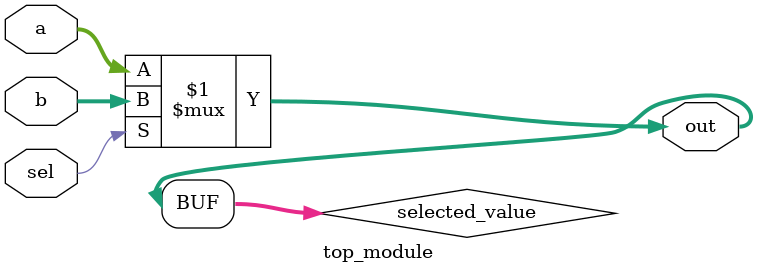
<source format=sv>
module top_module (
	input [99:0] a,
	input [99:0] b,
	input sel,
	output [99:0] out
);
	// Define internal wire to hold the selected value
	wire [99:0] selected_value;

	// Use the select signal sel to determine the selected value
	assign selected_value = sel ? b : a;

	// Assign the selected value to the output port
	assign out = selected_value;
endmodule

</source>
